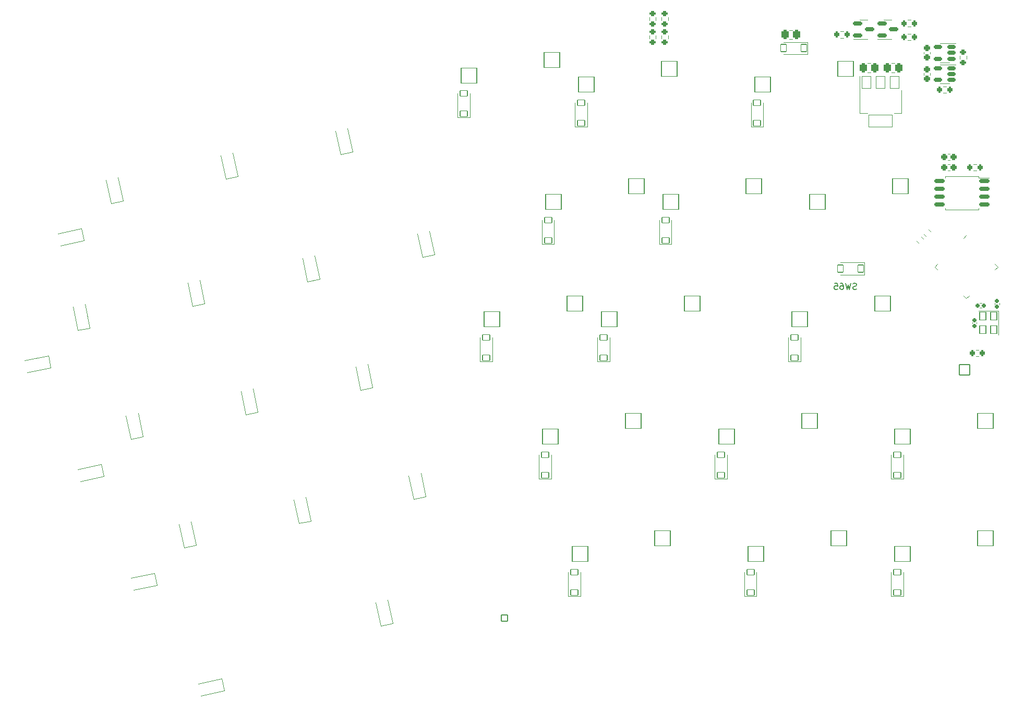
<source format=gbo>
G04 #@! TF.GenerationSoftware,KiCad,Pcbnew,(6.0.10)*
G04 #@! TF.CreationDate,2023-01-02T23:24:36+01:00*
G04 #@! TF.ProjectId,arisu,61726973-752e-46b6-9963-61645f706362,1.1*
G04 #@! TF.SameCoordinates,Original*
G04 #@! TF.FileFunction,Legend,Bot*
G04 #@! TF.FilePolarity,Positive*
%FSLAX46Y46*%
G04 Gerber Fmt 4.6, Leading zero omitted, Abs format (unit mm)*
G04 Created by KiCad (PCBNEW (6.0.10)) date 2023-01-02 23:24:36*
%MOMM*%
%LPD*%
G01*
G04 APERTURE LIST*
G04 Aperture macros list*
%AMRoundRect*
0 Rectangle with rounded corners*
0 $1 Rounding radius*
0 $2 $3 $4 $5 $6 $7 $8 $9 X,Y pos of 4 corners*
0 Add a 4 corners polygon primitive as box body*
4,1,4,$2,$3,$4,$5,$6,$7,$8,$9,$2,$3,0*
0 Add four circle primitives for the rounded corners*
1,1,$1+$1,$2,$3*
1,1,$1+$1,$4,$5*
1,1,$1+$1,$6,$7*
1,1,$1+$1,$8,$9*
0 Add four rect primitives between the rounded corners*
20,1,$1+$1,$2,$3,$4,$5,0*
20,1,$1+$1,$4,$5,$6,$7,0*
20,1,$1+$1,$6,$7,$8,$9,0*
20,1,$1+$1,$8,$9,$2,$3,0*%
G04 Aperture macros list end*
%ADD10C,0.150000*%
%ADD11C,0.120000*%
%ADD12C,4.102000*%
%ADD13C,3.102000*%
%ADD14C,0.902000*%
%ADD15RoundRect,0.051000X-0.987249X-1.487772X1.507028X-0.957597X0.987249X1.487772X-1.507028X0.957597X0*%
%ADD16RoundRect,0.051000X-1.275000X-1.250000X1.275000X-1.250000X1.275000X1.250000X-1.275000X1.250000X0*%
%ADD17C,1.802000*%
%ADD18RoundRect,0.051000X0.500000X-0.500000X0.500000X0.500000X-0.500000X0.500000X-0.500000X-0.500000X0*%
%ADD19O,1.102000X1.102000*%
%ADD20C,0.752000*%
%ADD21O,1.102000X1.702000*%
%ADD22O,1.102000X2.202000*%
%ADD23RoundRect,0.051000X-0.850000X-0.850000X0.850000X-0.850000X0.850000X0.850000X-0.850000X0.850000X0*%
%ADD24O,1.802000X1.802000*%
%ADD25RoundRect,0.051000X0.600000X-0.450000X0.600000X0.450000X-0.600000X0.450000X-0.600000X-0.450000X0*%
%ADD26RoundRect,0.201000X0.512500X0.150000X-0.512500X0.150000X-0.512500X-0.150000X0.512500X-0.150000X0*%
%ADD27RoundRect,0.051000X0.680449X-0.315419X0.493328X0.564913X-0.680449X0.315419X-0.493328X-0.564913X0*%
%ADD28RoundRect,0.201000X-0.587500X-0.150000X0.587500X-0.150000X0.587500X0.150000X-0.587500X0.150000X0*%
%ADD29RoundRect,0.301000X0.250000X0.475000X-0.250000X0.475000X-0.250000X-0.475000X0.250000X-0.475000X0*%
%ADD30RoundRect,0.251000X-0.335876X-0.053033X-0.053033X-0.335876X0.335876X0.053033X0.053033X0.335876X0*%
%ADD31RoundRect,0.251000X-0.200000X-0.275000X0.200000X-0.275000X0.200000X0.275000X-0.200000X0.275000X0*%
%ADD32RoundRect,0.051000X0.315419X0.680449X-0.564913X0.493328X-0.315419X-0.680449X0.564913X-0.493328X0*%
%ADD33RoundRect,0.051000X0.450000X0.600000X-0.450000X0.600000X-0.450000X-0.600000X0.450000X-0.600000X0*%
%ADD34RoundRect,0.186000X0.135000X0.185000X-0.135000X0.185000X-0.135000X-0.185000X0.135000X-0.185000X0*%
%ADD35RoundRect,0.201000X0.650000X0.150000X-0.650000X0.150000X-0.650000X-0.150000X0.650000X-0.150000X0*%
%ADD36RoundRect,0.251000X-0.275000X0.200000X-0.275000X-0.200000X0.275000X-0.200000X0.275000X0.200000X0*%
%ADD37RoundRect,0.251000X0.200000X0.275000X-0.200000X0.275000X-0.200000X-0.275000X0.200000X-0.275000X0*%
%ADD38RoundRect,0.276000X-0.250000X0.225000X-0.250000X-0.225000X0.250000X-0.225000X0.250000X0.225000X0*%
%ADD39RoundRect,0.051000X-0.500000X0.650000X-0.500000X-0.650000X0.500000X-0.650000X0.500000X0.650000X0*%
%ADD40RoundRect,0.301000X-0.250000X-0.475000X0.250000X-0.475000X0.250000X0.475000X-0.250000X0.475000X0*%
%ADD41RoundRect,0.276000X-0.225000X-0.250000X0.225000X-0.250000X0.225000X0.250000X-0.225000X0.250000X0*%
%ADD42RoundRect,0.191000X0.170000X-0.140000X0.170000X0.140000X-0.170000X0.140000X-0.170000X-0.140000X0*%
%ADD43RoundRect,0.101000X0.238649X0.309359X-0.309359X-0.238649X-0.238649X-0.309359X0.309359X0.238649X0*%
%ADD44RoundRect,0.101000X-0.238649X0.309359X-0.309359X0.238649X0.238649X-0.309359X0.309359X-0.238649X0*%
%ADD45C,0.702000*%
%ADD46RoundRect,0.195000X0.000000X2.059095X-2.059095X0.000000X0.000000X-2.059095X2.059095X0.000000X0*%
%ADD47RoundRect,0.051000X-0.750000X1.000000X-0.750000X-1.000000X0.750000X-1.000000X0.750000X1.000000X0*%
%ADD48RoundRect,0.051000X-1.900000X1.000000X-1.900000X-1.000000X1.900000X-1.000000X1.900000X1.000000X0*%
G04 APERTURE END LIST*
D10*
X401169987Y-60600764D02*
X401027130Y-60648383D01*
X400789035Y-60648383D01*
X400693797Y-60600764D01*
X400646178Y-60553145D01*
X400598559Y-60457907D01*
X400598559Y-60362669D01*
X400646178Y-60267431D01*
X400693797Y-60219812D01*
X400789035Y-60172193D01*
X400979511Y-60124574D01*
X401074749Y-60076955D01*
X401122368Y-60029336D01*
X401169987Y-59934098D01*
X401169987Y-59838860D01*
X401122368Y-59743622D01*
X401074749Y-59696003D01*
X400979511Y-59648383D01*
X400741416Y-59648383D01*
X400598559Y-59696003D01*
X400265225Y-59648383D02*
X400027130Y-60648383D01*
X399836654Y-59934098D01*
X399646178Y-60648383D01*
X399408083Y-59648383D01*
X398598559Y-59648383D02*
X398789035Y-59648383D01*
X398884273Y-59696003D01*
X398931892Y-59743622D01*
X399027130Y-59886479D01*
X399074749Y-60076955D01*
X399074749Y-60457907D01*
X399027130Y-60553145D01*
X398979511Y-60600764D01*
X398884273Y-60648383D01*
X398693797Y-60648383D01*
X398598559Y-60600764D01*
X398550940Y-60553145D01*
X398503321Y-60457907D01*
X398503321Y-60219812D01*
X398550940Y-60124574D01*
X398598559Y-60076955D01*
X398693797Y-60029336D01*
X398884273Y-60029336D01*
X398979511Y-60076955D01*
X399027130Y-60124574D01*
X399074749Y-60219812D01*
X397598559Y-59648383D02*
X398074749Y-59648383D01*
X398122368Y-60124574D01*
X398074749Y-60076955D01*
X397979511Y-60029336D01*
X397741416Y-60029336D01*
X397646178Y-60076955D01*
X397598559Y-60124574D01*
X397550940Y-60219812D01*
X397550940Y-60457907D01*
X397598559Y-60553145D01*
X397646178Y-60600764D01*
X397741416Y-60648383D01*
X397979511Y-60648383D01*
X398074749Y-60600764D01*
X398122368Y-60553145D01*
D11*
X392110465Y-72320001D02*
X392110465Y-68420001D01*
X392110465Y-72320001D02*
X390110465Y-72320001D01*
X390110465Y-72320001D02*
X390110465Y-68420001D01*
X415500000Y-24139997D02*
X417300000Y-24139997D01*
X415500000Y-24139997D02*
X414700000Y-24139997D01*
X415500000Y-27259997D02*
X416300000Y-27259997D01*
X415500000Y-27259997D02*
X414700000Y-27259997D01*
X294000861Y-102176896D02*
X293190005Y-98362121D01*
X294000861Y-102176896D02*
X292044566Y-102592720D01*
X292044566Y-102592720D02*
X291233710Y-98777944D01*
X349629232Y-91370000D02*
X349629232Y-87470000D01*
X351629232Y-91370000D02*
X349629232Y-91370000D01*
X351629232Y-91370000D02*
X351629232Y-87470000D01*
X300752558Y-42314980D02*
X299941702Y-38500205D01*
X298796263Y-42730804D02*
X297985407Y-38916028D01*
X300752558Y-42314980D02*
X298796263Y-42730804D01*
X406237496Y-16889999D02*
X405587496Y-16889999D01*
X406237496Y-20009999D02*
X406887496Y-20009999D01*
X406237496Y-20009999D02*
X404562496Y-20009999D01*
X406237496Y-16889999D02*
X406887496Y-16889999D01*
X354391731Y-110419999D02*
X354391731Y-106519999D01*
X356391731Y-110419999D02*
X354391731Y-110419999D01*
X356391731Y-110419999D02*
X356391731Y-106519999D01*
X402337498Y-20009999D02*
X402987498Y-20009999D01*
X402337498Y-16889999D02*
X401687498Y-16889999D01*
X402337498Y-16889999D02*
X402987498Y-16889999D01*
X402337498Y-20009999D02*
X400662498Y-20009999D01*
X407365466Y-23940000D02*
X406842962Y-23940000D01*
X407365466Y-25410000D02*
X406842962Y-25410000D01*
X295396327Y-62929076D02*
X293440032Y-63344900D01*
X293440032Y-63344900D02*
X292629176Y-59530124D01*
X295396327Y-62929076D02*
X294585471Y-59114301D01*
X386049213Y-34220002D02*
X384049213Y-34220002D01*
X386049213Y-34220002D02*
X386049213Y-30320002D01*
X384049213Y-34220002D02*
X384049213Y-30320002D01*
X406779232Y-91370000D02*
X406779232Y-87470000D01*
X408779232Y-91370000D02*
X406779232Y-91370000D01*
X408779232Y-91370000D02*
X408779232Y-87470000D01*
X276762618Y-66889795D02*
X275951762Y-63075020D01*
X276762618Y-66889795D02*
X274806323Y-67305619D01*
X274806323Y-67305619D02*
X273995467Y-63490843D01*
X412837735Y-50947336D02*
X413173268Y-51282869D01*
X412098808Y-51686263D02*
X412434341Y-52021796D01*
X415262742Y-27727500D02*
X415737258Y-27727500D01*
X415262742Y-28772500D02*
X415737258Y-28772500D01*
X287239580Y-106681074D02*
X283424805Y-107491930D01*
X287655404Y-108637369D02*
X283840628Y-109448225D01*
X287239580Y-106681074D02*
X287655404Y-108637369D01*
X409500239Y-17972501D02*
X409974755Y-17972501D01*
X409500239Y-16927501D02*
X409974755Y-16927501D01*
X393250000Y-20500000D02*
X389350000Y-20500000D01*
X393250000Y-22500000D02*
X389350000Y-22500000D01*
X393250000Y-20500000D02*
X393250000Y-22500000D01*
X310678277Y-98632004D02*
X309867421Y-94817228D01*
X312634572Y-98216180D02*
X310678277Y-98632004D01*
X312634572Y-98216180D02*
X311823716Y-94401405D01*
X371164214Y-53270001D02*
X369164214Y-53270001D01*
X371164214Y-53270001D02*
X371164214Y-49370001D01*
X369164214Y-53270001D02*
X369164214Y-49370001D01*
X421480852Y-62891573D02*
X421173570Y-62891573D01*
X421480852Y-63651573D02*
X421173570Y-63651573D01*
X418292891Y-42254187D02*
X415567891Y-42254187D01*
X418292891Y-42254187D02*
X421017891Y-42254187D01*
X421017891Y-42514187D02*
X422692891Y-42514187D01*
X421017891Y-47704187D02*
X421017891Y-47444187D01*
X415567891Y-42254187D02*
X415567891Y-42514187D01*
X421017891Y-42254187D02*
X421017891Y-42514187D01*
X418292891Y-47704187D02*
X421017891Y-47704187D01*
X415567891Y-47704187D02*
X415567891Y-47444187D01*
X418292891Y-47704187D02*
X415567891Y-47704187D01*
X380204232Y-91370000D02*
X380204232Y-87470000D01*
X378204232Y-91370000D02*
X378204232Y-87470000D01*
X380204232Y-91370000D02*
X378204232Y-91370000D01*
X367548211Y-19467031D02*
X367548211Y-19941547D01*
X368593211Y-19467031D02*
X368593211Y-19941547D01*
X421012258Y-71522500D02*
X420537742Y-71522500D01*
X421012258Y-70477500D02*
X420537742Y-70477500D01*
X412090000Y-22109424D02*
X412090000Y-22390584D01*
X413110000Y-22109424D02*
X413110000Y-22390584D01*
X322649161Y-76611910D02*
X320692866Y-77027734D01*
X322649161Y-76611910D02*
X321838305Y-72797135D01*
X320692866Y-77027734D02*
X319882010Y-73212958D01*
X338424213Y-32719617D02*
X338424213Y-28819617D01*
X338424213Y-32719617D02*
X336424213Y-32719617D01*
X336424213Y-32719617D02*
X336424213Y-28819617D01*
X403465466Y-23940001D02*
X402942962Y-23940001D01*
X403465466Y-25410001D02*
X402942962Y-25410001D01*
X410967436Y-52817636D02*
X411302969Y-53153169D01*
X411706363Y-52078709D02*
X412041896Y-52414242D01*
X367548210Y-16467031D02*
X367548210Y-16941547D01*
X368593210Y-16467031D02*
X368593210Y-16941547D01*
X298187966Y-123829485D02*
X294373191Y-124640341D01*
X298603790Y-125785780D02*
X294789014Y-126596636D01*
X298187966Y-123829485D02*
X298603790Y-125785780D01*
X304015450Y-80572630D02*
X303204594Y-76757855D01*
X302059155Y-80988454D02*
X301248299Y-77173678D01*
X304015450Y-80572630D02*
X302059155Y-80988454D01*
X331268282Y-94255463D02*
X329311987Y-94671287D01*
X329311987Y-94671287D02*
X328501131Y-90856511D01*
X331268282Y-94255463D02*
X330457426Y-90440688D01*
X350114214Y-53270004D02*
X350114214Y-49370004D01*
X352114214Y-53270004D02*
X350114214Y-53270004D01*
X352114214Y-53270004D02*
X352114214Y-49370004D01*
X319386268Y-38354260D02*
X317429973Y-38770084D01*
X317429973Y-38770084D02*
X316619117Y-34955308D01*
X319386268Y-38354260D02*
X318575412Y-34539485D01*
X332663754Y-55007641D02*
X331852898Y-51192866D01*
X330707459Y-55423465D02*
X329896603Y-51608689D01*
X332663754Y-55007641D02*
X330707459Y-55423465D01*
X275773390Y-52736169D02*
X271958614Y-53547025D01*
X275357566Y-50779874D02*
X271542791Y-51590730D01*
X275357566Y-50779874D02*
X275773390Y-52736169D01*
X421000000Y-64150000D02*
X424200000Y-64150000D01*
X424200000Y-64150000D02*
X424200000Y-68050000D01*
X361154212Y-72320001D02*
X359154212Y-72320001D01*
X359154212Y-72320001D02*
X359154212Y-68420001D01*
X361154212Y-72320001D02*
X361154212Y-68420001D01*
X406779232Y-110419999D02*
X406779232Y-106519999D01*
X408779232Y-110419999D02*
X408779232Y-106519999D01*
X408779232Y-110419999D02*
X406779232Y-110419999D01*
X413110000Y-25559420D02*
X413110000Y-25840580D01*
X412090000Y-25559420D02*
X412090000Y-25840580D01*
X285381737Y-84533348D02*
X283425442Y-84949172D01*
X285381737Y-84533348D02*
X284570881Y-80718573D01*
X283425442Y-84949172D02*
X282614586Y-81134396D01*
X398600241Y-19822500D02*
X399074757Y-19822500D01*
X398600241Y-18777500D02*
X399074757Y-18777500D01*
X390238748Y-18565000D02*
X390761252Y-18565000D01*
X390238748Y-20035000D02*
X390761252Y-20035000D01*
X416030991Y-40367965D02*
X416312151Y-40367965D01*
X416030991Y-41387965D02*
X416312151Y-41387965D01*
X325912170Y-114869515D02*
X323955875Y-115285339D01*
X323955875Y-115285339D02*
X323145019Y-111470563D01*
X325912170Y-114869515D02*
X325101314Y-111054740D01*
X415500000Y-23810000D02*
X416300000Y-23810000D01*
X415500000Y-20690000D02*
X414700000Y-20690000D01*
X415500000Y-20690000D02*
X417300000Y-20690000D01*
X415500000Y-23810000D02*
X414700000Y-23810000D01*
X424360000Y-63107836D02*
X424360000Y-62892164D01*
X423640000Y-63107836D02*
X423640000Y-62892164D01*
X419022500Y-22762742D02*
X419022500Y-23237258D01*
X417977500Y-22762742D02*
X417977500Y-23237258D01*
X342104212Y-72320003D02*
X340104212Y-72320003D01*
X342104212Y-72320003D02*
X342104212Y-68420003D01*
X340104212Y-72320003D02*
X340104212Y-68420003D01*
X424105311Y-57000000D02*
X423645692Y-56540381D01*
X413894689Y-57000000D02*
X414354308Y-57459619D01*
X419000000Y-62105311D02*
X418540381Y-61645692D01*
X414354308Y-56540381D02*
X413894689Y-57000000D01*
X419459619Y-61645692D02*
X419000000Y-62105311D01*
X418540381Y-52354308D02*
X419000000Y-51894689D01*
X423645692Y-57459619D02*
X424105311Y-57000000D01*
X409500242Y-19177499D02*
X409974758Y-19177499D01*
X409500242Y-20222499D02*
X409974758Y-20222499D01*
X357474213Y-34220000D02*
X355474213Y-34220000D01*
X357474213Y-34220000D02*
X357474213Y-30320000D01*
X355474213Y-34220000D02*
X355474213Y-30320000D01*
X420176955Y-40355468D02*
X420651471Y-40355468D01*
X420176955Y-41400468D02*
X420651471Y-41400468D01*
X401694214Y-26074999D02*
X401694214Y-32084999D01*
X401694214Y-32084999D02*
X402954214Y-32084999D01*
X408514214Y-28324999D02*
X408514214Y-32084999D01*
X408514214Y-32084999D02*
X407254214Y-32084999D01*
X370593212Y-16467033D02*
X370593212Y-16941549D01*
X369548212Y-16467033D02*
X369548212Y-16941549D01*
X419977257Y-66207837D02*
X419977257Y-65992165D01*
X420697257Y-66207837D02*
X420697257Y-65992165D01*
X369548210Y-19467031D02*
X369548210Y-19941547D01*
X370593210Y-19467031D02*
X370593210Y-19941547D01*
X402484214Y-56270001D02*
X398584214Y-56270001D01*
X402484214Y-58270001D02*
X398584214Y-58270001D01*
X402484214Y-56270001D02*
X402484214Y-58270001D01*
X279036282Y-90993815D02*
X275221506Y-91804671D01*
X278620458Y-89037520D02*
X274805683Y-89848376D01*
X278620458Y-89037520D02*
X279036282Y-90993815D01*
X312073746Y-59384185D02*
X311262890Y-55569409D01*
X314030041Y-58968361D02*
X312073746Y-59384185D01*
X314030041Y-58968361D02*
X313219185Y-55153586D01*
X282118844Y-46275697D02*
X281307988Y-42460922D01*
X282118844Y-46275697D02*
X280162549Y-46691521D01*
X280162549Y-46691521D02*
X279351693Y-42876745D01*
X416030991Y-39690908D02*
X416312151Y-39690908D01*
X416030991Y-38670908D02*
X416312151Y-38670908D01*
X270417161Y-73350265D02*
X266602385Y-74161121D01*
X270001337Y-71393970D02*
X270417161Y-73350265D01*
X270001337Y-71393970D02*
X266186562Y-72204826D01*
X384966732Y-110420001D02*
X384966732Y-106520001D01*
X382966732Y-110420001D02*
X382966732Y-106520001D01*
X384966732Y-110420001D02*
X382966732Y-110420001D01*
%LPC*%
D12*
X318842515Y-92551695D03*
D13*
X314587677Y-90859344D03*
X320270819Y-87054609D03*
D14*
X323026835Y-85783832D03*
X324509409Y-86746627D03*
X324249519Y-85523942D03*
D15*
X323743242Y-86316523D03*
D14*
X323286724Y-87006516D03*
X311824195Y-91998804D03*
X310601511Y-92258693D03*
X311564306Y-90776119D03*
D15*
X311115253Y-91597430D03*
D14*
X310341621Y-91036009D03*
D13*
X265438241Y-42879578D03*
X271121383Y-39074843D03*
D12*
X269693079Y-44571929D03*
D15*
X274593806Y-38336757D03*
D14*
X275359973Y-38766861D03*
X274137288Y-39026750D03*
X273877399Y-37804066D03*
X275100083Y-37544176D03*
X261192185Y-43056243D03*
X262414870Y-42796353D03*
X261452075Y-44278927D03*
X262674759Y-44019038D03*
D15*
X261965817Y-43617664D03*
D12*
X288326790Y-40611208D03*
D13*
X289755094Y-35114122D03*
X284071952Y-38918857D03*
D14*
X292770999Y-35066029D03*
X293733794Y-33583455D03*
X292511110Y-33843345D03*
X293993684Y-34806140D03*
D15*
X293227517Y-34376036D03*
D14*
X279825896Y-39095522D03*
X280085786Y-40318206D03*
X281308470Y-40058317D03*
D15*
X280599528Y-39656943D03*
D14*
X281048581Y-38835632D03*
D13*
X287334846Y-77176509D03*
X293017988Y-73371774D03*
D12*
X291589684Y-78868860D03*
D14*
X295774004Y-72100997D03*
D15*
X296490411Y-72633688D03*
D14*
X296033893Y-73323681D03*
X297256578Y-73063792D03*
X296996688Y-71841107D03*
X284571364Y-78315969D03*
X283088790Y-77353174D03*
D15*
X283862422Y-77914595D03*
D14*
X283348680Y-78575858D03*
X284311475Y-77093284D03*
D13*
X370944213Y-62990001D03*
X364594213Y-65530001D03*
D12*
X368404213Y-68070001D03*
D14*
X375154213Y-63570001D03*
X375154213Y-62320001D03*
X373904213Y-63570001D03*
D16*
X374494213Y-62990001D03*
D14*
X373904213Y-62320001D03*
X361654213Y-66070001D03*
X361654213Y-64820001D03*
X360404213Y-64820001D03*
X360404213Y-66070001D03*
D16*
X361044213Y-65530001D03*
D12*
X281575093Y-100473129D03*
D13*
X283003397Y-94976043D03*
X277320255Y-98780778D03*
D14*
X287241987Y-94668061D03*
X286019302Y-94927950D03*
X285759413Y-93705266D03*
D15*
X286475820Y-94237957D03*
D14*
X286982097Y-93445376D03*
D15*
X273847831Y-99518864D03*
D14*
X273334089Y-100180127D03*
X273074199Y-98957443D03*
X274556773Y-99920238D03*
X274296884Y-98697553D03*
D12*
X359364216Y-49020000D03*
D13*
X361904216Y-43940000D03*
X355554216Y-46480000D03*
D16*
X365454216Y-43940000D03*
D14*
X366114216Y-43270000D03*
X364864216Y-44520000D03*
X366114216Y-44520000D03*
X364864216Y-43270000D03*
D16*
X352004216Y-46480000D03*
D14*
X351364216Y-45770000D03*
X352614216Y-47020000D03*
X352614216Y-45770000D03*
X351364216Y-47020000D03*
D12*
X345674213Y-28469616D03*
D13*
X341864213Y-25929616D03*
X348214213Y-23389616D03*
D14*
X352424213Y-23969616D03*
X352424213Y-22719616D03*
D16*
X351764213Y-23389616D03*
D14*
X351174213Y-23969616D03*
X351174213Y-22719616D03*
X337674213Y-26469616D03*
D16*
X338314213Y-25929616D03*
D14*
X337674213Y-25219616D03*
X338924213Y-26469616D03*
X338924213Y-25219616D03*
D13*
X311651698Y-69411057D03*
X305968556Y-73215792D03*
D12*
X310223394Y-74908143D03*
D14*
X315630398Y-67880390D03*
X315890288Y-69103075D03*
X314667603Y-69362964D03*
D15*
X315124121Y-68672971D03*
D14*
X314407714Y-68140280D03*
X303205074Y-74355252D03*
X301982390Y-74615141D03*
D15*
X302496132Y-73953878D03*
D14*
X302945185Y-73132567D03*
X301722500Y-73392457D03*
D13*
X355069232Y-84580000D03*
X361419232Y-82040000D03*
D12*
X358879232Y-87120000D03*
D14*
X364379232Y-82620000D03*
X365629232Y-81370000D03*
X364379232Y-81370000D03*
D16*
X364969232Y-82040000D03*
D14*
X365629232Y-82620000D03*
D16*
X351519232Y-84580000D03*
D14*
X352129232Y-83870000D03*
X350879232Y-85120000D03*
X350879232Y-83870000D03*
X352129232Y-85120000D03*
D13*
X260082012Y-63493674D03*
D12*
X264336850Y-65186025D03*
D13*
X265765154Y-59688939D03*
D14*
X268781059Y-59640846D03*
X270003744Y-59380957D03*
X269743854Y-58158272D03*
X268521170Y-58418162D03*
D15*
X269237577Y-58950853D03*
X256609588Y-64231760D03*
D14*
X257058641Y-63410449D03*
X256095846Y-64893023D03*
X255835956Y-63670339D03*
X257318530Y-64633134D03*
D13*
X333548418Y-103707941D03*
D12*
X332120114Y-109205027D03*
D13*
X327865276Y-107512676D03*
D14*
X337787008Y-103399959D03*
X337527118Y-102177274D03*
X336304434Y-102437164D03*
X336564323Y-103659848D03*
D15*
X337020841Y-102969855D03*
X324392852Y-108250762D03*
D14*
X325101794Y-108652136D03*
X324841905Y-107429451D03*
X323619220Y-107689341D03*
X323879110Y-108912025D03*
D13*
X321666291Y-47806788D03*
D12*
X320237987Y-53303874D03*
D13*
X315983149Y-51611523D03*
D14*
X324422307Y-46536011D03*
X325644991Y-46276121D03*
D15*
X325138714Y-47068702D03*
D14*
X325904881Y-47498806D03*
X324682196Y-47758695D03*
D15*
X312510725Y-52349609D03*
D14*
X313219667Y-52750983D03*
X311737093Y-51788188D03*
X312959778Y-51528298D03*
X311996983Y-53010872D03*
D12*
X349354213Y-68070002D03*
D13*
X351894213Y-62990002D03*
X345544213Y-65530002D03*
D14*
X356104213Y-62320002D03*
X354854213Y-62320002D03*
D16*
X355444213Y-62990002D03*
D14*
X356104213Y-63570002D03*
X354854213Y-63570002D03*
X342604213Y-66070002D03*
X342604213Y-64820002D03*
X341354213Y-64820002D03*
D16*
X341994213Y-65530002D03*
D14*
X341354213Y-66070002D03*
D13*
X284398866Y-55728220D03*
X278715724Y-59532955D03*
D12*
X282970562Y-61225306D03*
D14*
X287154882Y-54457443D03*
X288377566Y-54197553D03*
D15*
X287871289Y-54990134D03*
D14*
X287414771Y-55680127D03*
X288637456Y-55420238D03*
D15*
X275243300Y-60271041D03*
D14*
X274729558Y-60932304D03*
X274469668Y-59709620D03*
X275692353Y-59449730D03*
X275952242Y-60672415D03*
D13*
X340300002Y-43846069D03*
D12*
X338871698Y-49343155D03*
D13*
X334616860Y-47650804D03*
D14*
X343056018Y-42575292D03*
X343315907Y-43797976D03*
X344278702Y-42315402D03*
X344538592Y-43538087D03*
D15*
X343772425Y-43107983D03*
D14*
X331853378Y-48790264D03*
X331593489Y-47567579D03*
X330630694Y-49050153D03*
X330370804Y-47827469D03*
D15*
X331144436Y-48388890D03*
D12*
X325594212Y-32689775D03*
D13*
X327022516Y-27192689D03*
X321339374Y-30997424D03*
D14*
X331001216Y-25662022D03*
D15*
X330494939Y-26454603D03*
D14*
X329778532Y-25921912D03*
X331261106Y-26884707D03*
X330038421Y-27144596D03*
D15*
X317866950Y-31735510D03*
D14*
X317353208Y-32396773D03*
X318316003Y-30914199D03*
X317093318Y-31174089D03*
X318575892Y-32136884D03*
D12*
X337476226Y-88590979D03*
D13*
X333221388Y-86898628D03*
X338904530Y-83093893D03*
D14*
X342883230Y-81563226D03*
X341920435Y-83045800D03*
X341660546Y-81823116D03*
D15*
X342376953Y-82355807D03*
D14*
X343143120Y-82785911D03*
X330457906Y-88038088D03*
X328975332Y-87075293D03*
X330198017Y-86815403D03*
X329235222Y-88297977D03*
D15*
X329748964Y-87636714D03*
D12*
X328857108Y-70947425D03*
D13*
X330285412Y-65450339D03*
X324602270Y-69255074D03*
D14*
X334264112Y-63919672D03*
D15*
X333757835Y-64712253D03*
D14*
X334524002Y-65142357D03*
X333041428Y-64179562D03*
X333301317Y-65402246D03*
D15*
X321129846Y-69993160D03*
D14*
X320616104Y-70654423D03*
X321578899Y-69171849D03*
X320356214Y-69431739D03*
X321838788Y-70394534D03*
D12*
X306960502Y-36650493D03*
D13*
X302705664Y-34958142D03*
X308388806Y-31153407D03*
D14*
X311144822Y-29882630D03*
X312627396Y-30845425D03*
X312367506Y-29622740D03*
X311404711Y-31105314D03*
D15*
X311861229Y-30415321D03*
D14*
X298719498Y-36357491D03*
D15*
X299233240Y-35696228D03*
D14*
X298459608Y-35134807D03*
X299682293Y-34874917D03*
X299942182Y-36097602D03*
D13*
X303032578Y-51767506D03*
D12*
X301604274Y-57264592D03*
D13*
X297349436Y-55572241D03*
D14*
X305788594Y-50496729D03*
X307271168Y-51459524D03*
D15*
X306505001Y-51029420D03*
D14*
X306048483Y-51719413D03*
X307011278Y-50236839D03*
X293363270Y-56971590D03*
X294585954Y-56711701D03*
X293103380Y-55748906D03*
X294326065Y-55489016D03*
D15*
X293877012Y-56310327D03*
D13*
X274384275Y-77332489D03*
X268701133Y-81137224D03*
D12*
X272955971Y-82829575D03*
D14*
X278362975Y-75801822D03*
X277140291Y-76061712D03*
X278622865Y-77024507D03*
D15*
X277856698Y-76594403D03*
D14*
X277400180Y-77284396D03*
D15*
X265228709Y-81875310D03*
D14*
X264455077Y-81313889D03*
X265937651Y-82276684D03*
X264714967Y-82536573D03*
X265677762Y-81053999D03*
D13*
X295953967Y-94820062D03*
D12*
X300208805Y-96512413D03*
D13*
X301637109Y-91015327D03*
D14*
X305615809Y-89484660D03*
X304393125Y-89744550D03*
D15*
X305109532Y-90277241D03*
D14*
X304653014Y-90967234D03*
X305875699Y-90707345D03*
D15*
X292481543Y-95558148D03*
D14*
X293190485Y-95959522D03*
X291707911Y-94996727D03*
X291967801Y-96219411D03*
X292930596Y-94736837D03*
D13*
X380954215Y-43940000D03*
D12*
X378414215Y-49020000D03*
D13*
X374604215Y-46480000D03*
D14*
X383914215Y-43270000D03*
X385164215Y-44520000D03*
X383914215Y-44520000D03*
D16*
X384504215Y-43940000D03*
D14*
X385164215Y-43270000D03*
X371664215Y-47020000D03*
X370414215Y-47020000D03*
D16*
X371054215Y-46480000D03*
D14*
X371664215Y-45770000D03*
X370414215Y-45770000D03*
D13*
X401900464Y-62990003D03*
X395550464Y-65530003D03*
D12*
X399360464Y-68070003D03*
D14*
X404860464Y-62320003D03*
D16*
X405450464Y-62990003D03*
D14*
X404860464Y-63570003D03*
X406110464Y-62320003D03*
X406110464Y-63570003D03*
D16*
X392000464Y-65530003D03*
D14*
X391360464Y-64820003D03*
X391360464Y-66070003D03*
X392610464Y-66070003D03*
X392610464Y-64820003D03*
D12*
X402234214Y-49020001D03*
D13*
X398424214Y-46480001D03*
X404774214Y-43940001D03*
D14*
X408984214Y-44520001D03*
X407734214Y-43270001D03*
X407734214Y-44520001D03*
D16*
X408324214Y-43940001D03*
D14*
X408984214Y-43270001D03*
X394234214Y-47020001D03*
X394234214Y-45770001D03*
X395484214Y-45770001D03*
X395484214Y-47020001D03*
D16*
X394874214Y-46480001D03*
D13*
X360914212Y-27430003D03*
X367264212Y-24890003D03*
D12*
X364724212Y-29970003D03*
D14*
X370224212Y-25470003D03*
X371474212Y-24220003D03*
X371474212Y-25470003D03*
X370224212Y-24220003D03*
D16*
X370814212Y-24890003D03*
D14*
X357974212Y-26720003D03*
X356724212Y-27970003D03*
X356724212Y-26720003D03*
D16*
X357364212Y-27430003D03*
D14*
X357974212Y-27970003D03*
D12*
X292523479Y-117621540D03*
D13*
X288268641Y-115929189D03*
X293951783Y-112124454D03*
D14*
X298190373Y-111816472D03*
X296707799Y-110853677D03*
X296967688Y-112076361D03*
D15*
X297424206Y-111386368D03*
D14*
X297930483Y-110593787D03*
X285505159Y-117068649D03*
D15*
X284796217Y-116667275D03*
D14*
X285245270Y-115845964D03*
X284282475Y-117328538D03*
X284022585Y-116105854D03*
D13*
X394756732Y-101090000D03*
X388406732Y-103630000D03*
D12*
X392216732Y-106170000D03*
D14*
X398966732Y-100420000D03*
D16*
X398306732Y-101090000D03*
D14*
X398966732Y-101670000D03*
X397716732Y-101670000D03*
X397716732Y-100420000D03*
X385466732Y-104170000D03*
X385466732Y-102920000D03*
X384216732Y-102920000D03*
D16*
X384856732Y-103630000D03*
D14*
X384216732Y-104170000D03*
D17*
X423200000Y-27500000D03*
X423200000Y-20500000D03*
D13*
X418569231Y-82039999D03*
D12*
X416029231Y-87119999D03*
D13*
X412219231Y-84579999D03*
D14*
X421529231Y-82619999D03*
X422779231Y-82619999D03*
X421529231Y-81369999D03*
D16*
X422119231Y-82039999D03*
D14*
X422779231Y-81369999D03*
D16*
X408669231Y-84579999D03*
D14*
X408029231Y-85119999D03*
X408029231Y-83869999D03*
X409279231Y-85119999D03*
X409279231Y-83869999D03*
D13*
X412219231Y-103630000D03*
D12*
X416029231Y-106170000D03*
D13*
X418569231Y-101090000D03*
D14*
X422779231Y-101670000D03*
X422779231Y-100420000D03*
D16*
X422119231Y-101090000D03*
D14*
X421529231Y-100420000D03*
X421529231Y-101670000D03*
D16*
X408669231Y-103630000D03*
D14*
X408029231Y-102920000D03*
X409279231Y-104170000D03*
X409279231Y-102920000D03*
X408029231Y-104170000D03*
D18*
X344000000Y-114000000D03*
D19*
X345270000Y-114000000D03*
X346540000Y-114000000D03*
D20*
X378110000Y-20360021D03*
X383890000Y-20360021D03*
D21*
X376680000Y-16680021D03*
D22*
X376680000Y-20860021D03*
X385320000Y-20860021D03*
D21*
X385320000Y-16680021D03*
D12*
X393299213Y-29970001D03*
D13*
X395839213Y-24890001D03*
X389489213Y-27430001D03*
D14*
X398799213Y-24220001D03*
D16*
X399389213Y-24890001D03*
D14*
X400049213Y-25470001D03*
X398799213Y-25470001D03*
X400049213Y-24220001D03*
X386549213Y-26720001D03*
X386549213Y-27970001D03*
X385299213Y-27970001D03*
X385299213Y-26720001D03*
D16*
X385939213Y-27430001D03*
D12*
X387454234Y-87119999D03*
D13*
X389994234Y-82039999D03*
X383644234Y-84579999D03*
D14*
X394204234Y-82619999D03*
X392954234Y-81369999D03*
X392954234Y-82619999D03*
D16*
X393544234Y-82039999D03*
D14*
X394204234Y-81369999D03*
X380704234Y-83869999D03*
X379454234Y-83869999D03*
X380704234Y-85119999D03*
D16*
X380094234Y-84579999D03*
D14*
X379454234Y-85119999D03*
D13*
X366181733Y-101090001D03*
X359831733Y-103630001D03*
D12*
X363641733Y-106170001D03*
D14*
X369141733Y-100420001D03*
X370391733Y-100420001D03*
D16*
X369731733Y-101090001D03*
D14*
X370391733Y-101670001D03*
X369141733Y-101670001D03*
X356891733Y-104170001D03*
X355641733Y-102920001D03*
D16*
X356281733Y-103630001D03*
D14*
X355641733Y-104170001D03*
X356891733Y-102920001D03*
D23*
X418689999Y-73725001D03*
D24*
X418689999Y-76265001D03*
D25*
X391110465Y-71720001D03*
X391110465Y-68420001D03*
D26*
X416637500Y-24749997D03*
X416637500Y-25699997D03*
X416637500Y-26649997D03*
X414362500Y-26649997D03*
X414362500Y-24749997D03*
D27*
X292897966Y-101797920D03*
X292211858Y-98570032D03*
D25*
X350629232Y-90770000D03*
X350629232Y-87470000D03*
D27*
X299649663Y-41936004D03*
X298963555Y-38708116D03*
D28*
X405299996Y-19399999D03*
X405299996Y-17499999D03*
X407174996Y-18449999D03*
D25*
X355391731Y-109819999D03*
X355391731Y-106519999D03*
D28*
X401399998Y-19399999D03*
X401399998Y-17499999D03*
X403274998Y-18449999D03*
D29*
X408054214Y-24675000D03*
X406154214Y-24675000D03*
D27*
X294293432Y-62550100D03*
X293607324Y-59322212D03*
D25*
X385049213Y-33620002D03*
X385049213Y-30320002D03*
X407779232Y-90770000D03*
X407779232Y-87470000D03*
D27*
X275659723Y-66510819D03*
X274973615Y-63282931D03*
D30*
X412052675Y-50901203D03*
X413219401Y-52067929D03*
D31*
X414675000Y-28250000D03*
X416325000Y-28250000D03*
D32*
X286860604Y-107783969D03*
X283632716Y-108470077D03*
D31*
X408912497Y-17450001D03*
X410562497Y-17450001D03*
D33*
X392650000Y-21500000D03*
X389350000Y-21500000D03*
D27*
X311531677Y-97837204D03*
X310845569Y-94609316D03*
D25*
X370164214Y-52670001D03*
X370164214Y-49370001D03*
D34*
X421837211Y-63271573D03*
X420817211Y-63271573D03*
D35*
X421892891Y-43074187D03*
X421892891Y-44344187D03*
X421892891Y-45614187D03*
X421892891Y-46884187D03*
X414692891Y-46884187D03*
X414692891Y-45614187D03*
X414692891Y-44344187D03*
X414692891Y-43074187D03*
D25*
X379204232Y-90770000D03*
X379204232Y-87470000D03*
D36*
X368070711Y-18879289D03*
X368070711Y-20529289D03*
D37*
X421600000Y-71000000D03*
X419950000Y-71000000D03*
D38*
X412600000Y-21475004D03*
X412600000Y-23025004D03*
D27*
X321546266Y-76232934D03*
X320860158Y-73005046D03*
D25*
X337424213Y-32119617D03*
X337424213Y-28819617D03*
D29*
X404154214Y-24675001D03*
X402254214Y-24675001D03*
D30*
X410921303Y-52032576D03*
X412088029Y-53199302D03*
D36*
X368070710Y-15879289D03*
X368070710Y-17529289D03*
D32*
X297808990Y-124932380D03*
X294581102Y-125618488D03*
D27*
X302912555Y-80193654D03*
X302226447Y-76965766D03*
X330165387Y-93876487D03*
X329479279Y-90648599D03*
D25*
X351114214Y-52670004D03*
X351114214Y-49370004D03*
D27*
X318283373Y-37975284D03*
X317597265Y-34747396D03*
X331560859Y-54628665D03*
X330874751Y-51400777D03*
D32*
X274978590Y-51882769D03*
X271750702Y-52568877D03*
D39*
X423500000Y-65000000D03*
X423500000Y-67200000D03*
X421700000Y-67200000D03*
X421700000Y-65000000D03*
D25*
X360154212Y-71720001D03*
X360154212Y-68420001D03*
X407779232Y-109819999D03*
X407779232Y-106519999D03*
D38*
X412600000Y-24925000D03*
X412600000Y-26475000D03*
D27*
X284278842Y-84154372D03*
X283592734Y-80926484D03*
D31*
X398012499Y-19300000D03*
X399662499Y-19300000D03*
D40*
X389550000Y-19300000D03*
X391450000Y-19300000D03*
D41*
X415396571Y-40877965D03*
X416946571Y-40877965D03*
D27*
X324809275Y-114490539D03*
X324123167Y-111262651D03*
D26*
X416637500Y-21300000D03*
X416637500Y-22250000D03*
X416637500Y-23200000D03*
X414362500Y-23200000D03*
X414362500Y-21300000D03*
D42*
X424000000Y-63480000D03*
X424000000Y-62520000D03*
D36*
X418500000Y-22175000D03*
X418500000Y-23825000D03*
D25*
X341104212Y-71720003D03*
X341104212Y-68420003D03*
D43*
X419592202Y-52730843D03*
X419875045Y-53013686D03*
X420157887Y-53296528D03*
X420440730Y-53579371D03*
X420723573Y-53862214D03*
X421006415Y-54145056D03*
X421289258Y-54427899D03*
X421572101Y-54710742D03*
X421854944Y-54993585D03*
X422137786Y-55276427D03*
X422420629Y-55559270D03*
X422703472Y-55842113D03*
X422986314Y-56124955D03*
X423269157Y-56407798D03*
D44*
X423269157Y-57592202D03*
X422986314Y-57875045D03*
X422703472Y-58157887D03*
X422420629Y-58440730D03*
X422137786Y-58723573D03*
X421854944Y-59006415D03*
X421572101Y-59289258D03*
X421289258Y-59572101D03*
X421006415Y-59854944D03*
X420723573Y-60137786D03*
X420440730Y-60420629D03*
X420157887Y-60703472D03*
X419875045Y-60986314D03*
X419592202Y-61269157D03*
D43*
X418407798Y-61269157D03*
X418124955Y-60986314D03*
X417842113Y-60703472D03*
X417559270Y-60420629D03*
X417276427Y-60137786D03*
X416993585Y-59854944D03*
X416710742Y-59572101D03*
X416427899Y-59289258D03*
X416145056Y-59006415D03*
X415862214Y-58723573D03*
X415579371Y-58440730D03*
X415296528Y-58157887D03*
X415013686Y-57875045D03*
X414730843Y-57592202D03*
D44*
X414730843Y-56407798D03*
X415013686Y-56124955D03*
X415296528Y-55842113D03*
X415579371Y-55559270D03*
X415862214Y-55276427D03*
X416145056Y-54993585D03*
X416427899Y-54710742D03*
X416710742Y-54427899D03*
X416993585Y-54145056D03*
X417276427Y-53862214D03*
X417559270Y-53579371D03*
X417842113Y-53296528D03*
X418124955Y-53013686D03*
X418407798Y-52730843D03*
D45*
X420803122Y-57000000D03*
X417196878Y-57000000D03*
D46*
X419000000Y-57000000D03*
D45*
X419901561Y-56098439D03*
X419901561Y-57901561D03*
X418098439Y-57901561D03*
X419000000Y-55196878D03*
X418098439Y-56098439D03*
X419000000Y-57000000D03*
X419000000Y-58803122D03*
D31*
X408912500Y-19699999D03*
X410562500Y-19699999D03*
D25*
X356474213Y-33620000D03*
X356474213Y-30320000D03*
D31*
X419589213Y-40877968D03*
X421239213Y-40877968D03*
D47*
X402804214Y-27024999D03*
X405104214Y-27024999D03*
D48*
X405104214Y-33324999D03*
D47*
X407404214Y-27024999D03*
D36*
X370070712Y-15879291D03*
X370070712Y-17529291D03*
D42*
X420337257Y-66580001D03*
X420337257Y-65620001D03*
D36*
X370070710Y-18879289D03*
X370070710Y-20529289D03*
D33*
X401884214Y-57270001D03*
X398584214Y-57270001D03*
D32*
X278241482Y-90140415D03*
X275013594Y-90826523D03*
D27*
X312927146Y-58589385D03*
X312241038Y-55361497D03*
X281015949Y-45896721D03*
X280329841Y-42668833D03*
D41*
X415396571Y-39180908D03*
X416946571Y-39180908D03*
D32*
X269622361Y-72496865D03*
X266394473Y-73182973D03*
D25*
X383966732Y-109820001D03*
X383966732Y-106520001D03*
M02*

</source>
